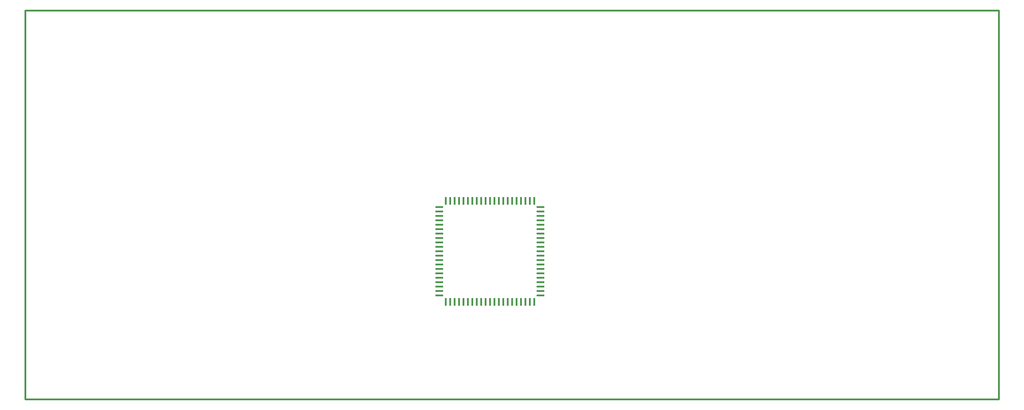
<source format=gtp>
%FSLAX24Y24*%
%MOIN*%
G70*
G01*
G75*
G04 Layer_Color=8421504*
G04 Layer_Color=8421504*
%ADD10R,0.0236X0.0866*%
%ADD11R,0.0866X0.0236*%
%ADD12C,0.0120*%
%ADD13C,0.0250*%
%ADD14C,0.0500*%
%ADD15C,0.0200*%
%ADD16O,0.0787X0.0394*%
%ADD17C,0.0650*%
%ADD18C,0.0650*%
%ADD19C,0.0591*%
%ADD20R,0.0591X0.0591*%
%ADD21R,0.0600X0.0600*%
%ADD22C,0.0600*%
%ADD23C,0.0532*%
%ADD24R,0.0532X0.0532*%
%ADD25C,0.0550*%
%ADD26R,0.0787X0.0787*%
%ADD27C,0.0787*%
%ADD28C,0.0700*%
%ADD29R,0.0591X0.0591*%
%ADD30C,0.0591*%
%ADD31C,0.1000*%
%ADD32C,0.0551*%
%ADD33O,0.0787X0.0394*%
%ADD34C,0.1405*%
%ADD35C,0.0500*%
%ADD36C,0.0079*%
%ADD37C,0.0098*%
%ADD38C,0.0100*%
%ADD39C,0.0098*%
%ADD40C,0.0080*%
%ADD41C,0.0059*%
%ADD42R,0.1102X0.0315*%
%ADD43R,0.0787X0.0315*%
%ADD44R,0.1102X0.0315*%
D10*
X53000Y11041D02*
D03*
X56000Y22459D02*
D03*
X50000Y11041D02*
D03*
X51500D02*
D03*
X52000Y22459D02*
D03*
X55000Y11041D02*
D03*
X55500Y22459D02*
D03*
X54500D02*
D03*
X50500Y11041D02*
D03*
X49500D02*
D03*
X52500D02*
D03*
X47500D02*
D03*
X48500D02*
D03*
X48000D02*
D03*
X47500Y22459D02*
D03*
X54000D02*
D03*
X50500D02*
D03*
X49000Y11041D02*
D03*
X53000Y22459D02*
D03*
X56500D02*
D03*
X48500D02*
D03*
X51000Y11041D02*
D03*
X50000Y22459D02*
D03*
X57000Y11041D02*
D03*
X49500Y22459D02*
D03*
X52500D02*
D03*
X57500Y11041D02*
D03*
X56000D02*
D03*
X57500Y22459D02*
D03*
X53500D02*
D03*
X51000D02*
D03*
X53500Y11041D02*
D03*
X55500D02*
D03*
X52000D02*
D03*
X49000Y22459D02*
D03*
X51500D02*
D03*
X54500Y11041D02*
D03*
X56500D02*
D03*
X54000D02*
D03*
X57000Y22459D02*
D03*
X48000D02*
D03*
X55000D02*
D03*
D11*
X46791Y19250D02*
D03*
X58209Y21250D02*
D03*
Y16750D02*
D03*
X46791D02*
D03*
Y17750D02*
D03*
Y20750D02*
D03*
Y13250D02*
D03*
X58209Y14250D02*
D03*
X46791Y13750D02*
D03*
Y16250D02*
D03*
Y12750D02*
D03*
Y14750D02*
D03*
Y18250D02*
D03*
X58209Y13750D02*
D03*
Y11750D02*
D03*
X46791Y18750D02*
D03*
Y12250D02*
D03*
Y15250D02*
D03*
Y20250D02*
D03*
X58209Y12750D02*
D03*
X46791Y21750D02*
D03*
X58209Y13250D02*
D03*
X46791Y15750D02*
D03*
X58209Y17750D02*
D03*
Y17250D02*
D03*
Y15250D02*
D03*
Y20750D02*
D03*
Y15750D02*
D03*
Y14750D02*
D03*
X46791Y14250D02*
D03*
Y19750D02*
D03*
Y17250D02*
D03*
X58209Y20250D02*
D03*
Y19750D02*
D03*
Y18750D02*
D03*
Y18250D02*
D03*
Y19250D02*
D03*
Y16250D02*
D03*
Y12250D02*
D03*
X46791Y21250D02*
D03*
X58209Y21750D02*
D03*
X46791Y11750D02*
D03*
D15*
X0Y0D02*
Y44000D01*
X110000D01*
Y0D02*
Y44000D01*
X0Y0D02*
X110000D01*
M02*

</source>
